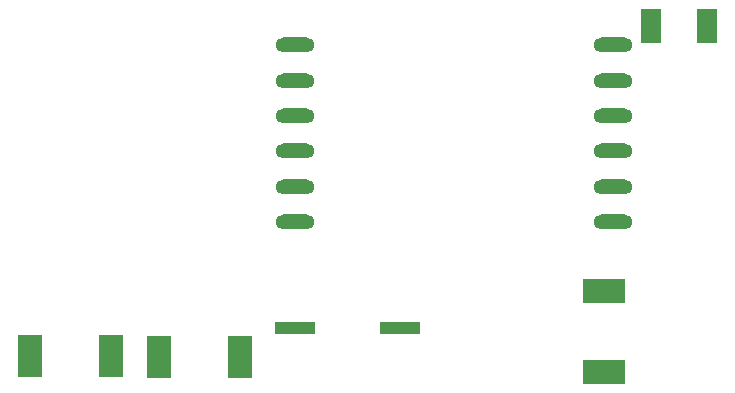
<source format=gtp>
G04*
G04 #@! TF.GenerationSoftware,Altium Limited,Altium Designer,22.4.2 (48)*
G04*
G04 Layer_Color=8421504*
%FSLAX25Y25*%
%MOIN*%
G70*
G04*
G04 #@! TF.SameCoordinates,8CA05075-6D7B-4B7B-A49F-257FEDEDD644*
G04*
G04*
G04 #@! TF.FilePolarity,Positive*
G04*
G01*
G75*
%ADD12R,0.06614X0.11614*%
%ADD13R,0.08000X0.14000*%
%ADD14O,0.12992X0.05000*%
%ADD15R,0.13386X0.03937*%
%ADD16R,0.14000X0.08000*%
D12*
X242520Y160472D02*
D03*
X261339D02*
D03*
D13*
X105589Y50300D02*
D03*
X78589D02*
D03*
X62389Y50500D02*
D03*
X35389D02*
D03*
D14*
X229773Y95067D02*
D03*
Y106878D02*
D03*
Y118689D02*
D03*
Y130500D02*
D03*
Y142311D02*
D03*
Y154122D02*
D03*
X123789Y95067D02*
D03*
Y106878D02*
D03*
Y118689D02*
D03*
Y130500D02*
D03*
Y142311D02*
D03*
Y154122D02*
D03*
D15*
X123898Y59961D02*
D03*
X158898D02*
D03*
D16*
X226789Y72300D02*
D03*
Y45300D02*
D03*
M02*

</source>
